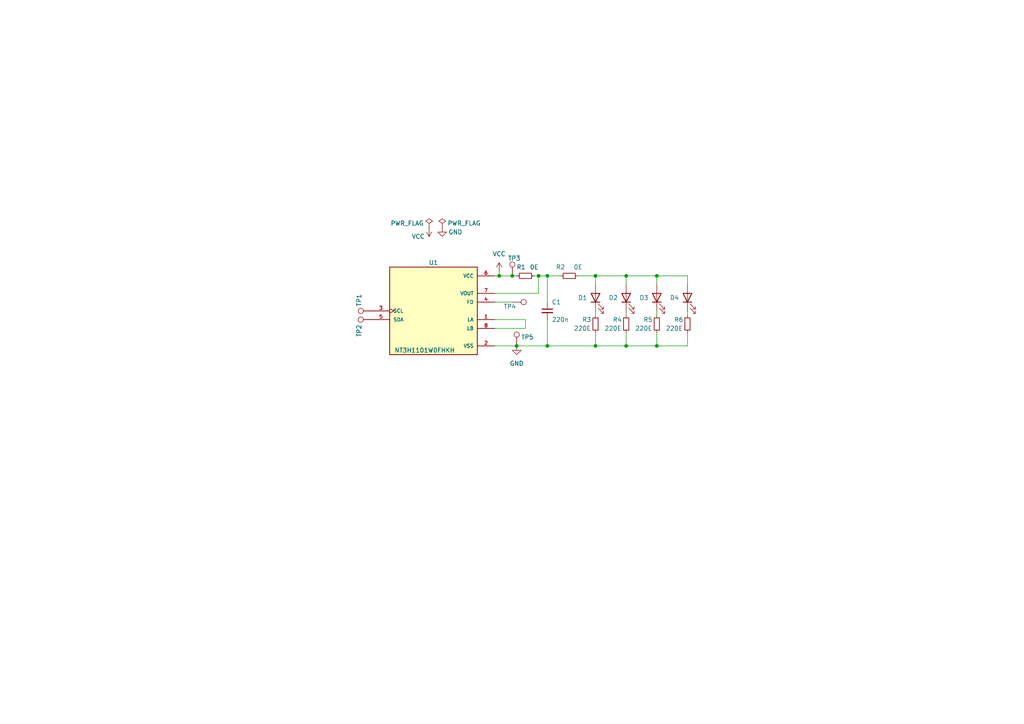
<source format=kicad_sch>
(kicad_sch (version 20211123) (generator eeschema)
  (paper "A4")
  (title_block (title "SAW BIZ CARD") (date "2023-01-25") (rev "0.0.0") (company "PCB Business Card") (comment 1 "Author: Stephen Abraham") (comment 2 "Inspired By: Shawn Alex Sony"))
  (lib_symbols
    (symbol "Connector:TestPoint" (pin_numbers hide) (pin_names (offset 0.762) hide)
      (property "Reference" "TP" (at 0 6.858 0))
      (property "Value" "TestPoint" (at 0 5.08 0))
      (symbol "TestPoint_0_1"
        (circle (center 0 3.302) (radius 0.762))
      )
      (symbol "TestPoint_1_1"
        (pin passive line (at 0 0 90) (length 2.54) (name "1") (number "1"))
      )
    )
    (symbol "Device:C_Small" (pin_numbers hide) (pin_names (offset 0.254) hide)
      (property "Reference" "C" (at 0.254 1.778 0))
      (property "Value" "C_Small" (at 0.254 -2.032 0))
      (symbol "C_Small_0_1"
        (polyline (pts (xy -1.524 -0.508) (xy 1.524 -0.508)) (stroke (width 0.3302)))
        (polyline (pts (xy -1.524 0.508) (xy 1.524 0.508)) (stroke (width 0.3048)))
      )
      (symbol "C_Small_1_1"
        (pin passive line (at 0 2.54 270) (length 2.032) (name "~") (number "1"))
        (pin passive line (at 0 -2.54 90) (length 2.032) (name "~") (number "2"))
      )
    )
    (symbol "Device:LED" (pin_numbers hide) (pin_names (offset 1.016) hide)
      (property "Reference" "D" (at 0 2.54 0))
      (property "Value" "LED" (at 0 -2.54 0))
      (symbol "LED_0_1"
        (polyline (pts (xy -1.27 -1.27) (xy -1.27 1.27)) (stroke (width 0.254)))
        (polyline (pts (xy -1.27 0) (xy 1.27 0)))
        (polyline (pts (xy 1.27 -1.27) (xy 1.27 1.27) (xy -1.27 0) (xy 1.27 -1.27)) (stroke (width 0.254)))
        (polyline (pts (xy -3.048 -0.762) (xy -4.572 -2.286) (xy -3.81 -2.286) (xy -4.572 -2.286) (xy -4.572 -1.524)))
        (polyline (pts (xy -1.778 -0.762) (xy -3.302 -2.286) (xy -2.54 -2.286) (xy -3.302 -2.286) (xy -3.302 -1.524)))
      )
      (symbol "LED_1_1"
        (pin passive line (at -3.81 0 0) (length 2.54) (name "K") (number "1"))
        (pin passive line (at 3.81 0 180) (length 2.54) (name "A") (number "2"))
      )
    )
    (symbol "Device:R_Small" (pin_numbers hide) (pin_names (offset 0.254) hide)
      (property "Reference" "R" (at 0.762 0.508 0))
      (property "Value" "R_Small" (at 0.762 -1.016 0))
      (symbol "R_Small_0_1"
        (rectangle (start -0.762 1.778) (end 0.762 -1.778) (stroke (width 0.2032)))
      )
      (symbol "R_Small_1_1"
        (pin passive line (at 0 2.54 270) (length 0.762) (name "~") (number "1"))
        (pin passive line (at 0 -2.54 90) (length 0.762) (name "~") (number "2"))
      )
    )
    (symbol "NT3H1101W0FHKH:NT3H1101W0FHKH" (pin_names (offset 1.016))
      (property "Reference" "U" (at -12.7 13.462 0))
      (property "Value" "NT3H1101W0FHKH" (at -12.7 -15.24 0))
      (symbol "NT3H1101W0FHKH_0_0"
        (rectangle (start -12.7 -12.7) (end 12.7 12.7) (stroke (width 0.254)) (fill (type background)))
        (pin bidirectional line (at 17.78 -2.54 180) (length 5.08) (name "LA") (number "1"))
        (pin power_in line (at 17.78 -10.16 180) (length 5.08) (name "VSS") (number "2"))
        (pin input clock (at -17.78 0 0) (length 5.08) (name "SCL") (number "3"))
        (pin output line (at 17.78 2.54 180) (length 5.08) (name "FD") (number "4"))
        (pin bidirectional line (at -17.78 -2.54 0) (length 5.08) (name "SDA") (number "5"))
        (pin power_in line (at 17.78 10.16 180) (length 5.08) (name "VCC") (number "6"))
        (pin output line (at 17.78 5.08 180) (length 5.08) (name "VOUT") (number "7"))
        (pin bidirectional line (at 17.78 -5.08 180) (length 5.08) (name "LB") (number "8"))
      )
    )
    (symbol "power:GND" (power) (pin_names (offset 0))
      (property "Value" "GND" (at 0 -3.81 0))
      (symbol "GND_0_1"
        (polyline (pts (xy 0 0) (xy 0 -1.27) (xy 1.27 -1.27) (xy 0 -2.54) (xy -1.27 -1.27) (xy 0 -1.27)))
      )
      (symbol "GND_1_1"
        (pin power_in line (at 0 0 270) (length 0) hide (name "GND") (number "1"))
      )
    )
    (symbol "power:PWR_FLAG" (power) (pin_numbers hide) (pin_names (offset 0) hide)
      (property "Value" "PWR_FLAG" (at 0 3.81 0))
      (symbol "PWR_FLAG_0_0"
        (pin power_out line (at 0 0 90) (length 0) (name "pwr") (number "1"))
      )
      (symbol "PWR_FLAG_0_1"
        (polyline (pts (xy 0 0) (xy 0 1.27) (xy -1.016 1.905) (xy 0 2.54) (xy 1.016 1.905) (xy 0 1.27)))
      )
    )
    (symbol "power:VCC" (power) (pin_names (offset 0))
      (property "Value" "VCC" (at 0 3.81 0))
      (symbol "VCC_0_1"
        (polyline (pts (xy -0.762 1.27) (xy 0 2.54)))
        (polyline (pts (xy 0 0) (xy 0 2.54)))
        (polyline (pts (xy 0 2.54) (xy 0.762 1.27)))
      )
      (symbol "VCC_1_1"
        (pin power_in line (at 0 0 90) (length 0) hide (name "VCC") (number "1"))
      )
    )
  )
  (junction (at 149.86 100.33))
  (junction (at 172.72 80.01))
  (junction (at 158.75 80.01))
  (junction (at 190.5 100.33))
  (junction (at 148.59 80.01))
  (junction (at 144.78 80.01))
  (junction (at 181.61 80.01))
  (junction (at 156.21 80.01))
  (junction (at 158.75 100.33))
  (junction (at 190.5 80.01))
  (junction (at 172.72 100.33))
  (junction (at 181.61 100.33))
  (wire (pts (xy 144.78 78.74) (xy 144.78 80.01)))
  (wire (pts (xy 158.75 100.33) (xy 172.72 100.33)))
  (wire (pts (xy 172.72 96.52) (xy 172.72 100.33)))
  (wire (pts (xy 156.21 80.01) (xy 156.21 85.09)))
  (wire (pts (xy 143.51 87.63) (xy 148.59 87.63)))
  (wire (pts (xy 149.86 100.33) (xy 158.75 100.33)))
  (wire (pts (xy 181.61 90.17) (xy 181.61 91.44)))
  (wire (pts (xy 181.61 80.01) (xy 181.61 82.55)))
  (wire (pts (xy 199.39 80.01) (xy 199.39 82.55)))
  (wire (pts (xy 199.39 96.52) (xy 199.39 100.33)))
  (wire (pts (xy 190.5 100.33) (xy 199.39 100.33)))
  (wire (pts (xy 148.59 80.01) (xy 149.86 80.01)))
  (wire (pts (xy 158.75 92.71) (xy 158.75 100.33)))
  (wire (pts (xy 172.72 100.33) (xy 181.61 100.33)))
  (wire (pts (xy 158.75 80.01) (xy 158.75 87.63)))
  (wire (pts (xy 167.64 80.01) (xy 172.72 80.01)))
  (wire (pts (xy 144.78 80.01) (xy 148.59 80.01)))
  (wire (pts (xy 199.39 90.17) (xy 199.39 91.44)))
  (wire (pts (xy 154.94 80.01) (xy 156.21 80.01)))
  (wire (pts (xy 143.51 85.09) (xy 156.21 85.09)))
  (wire (pts (xy 143.51 100.33) (xy 149.86 100.33)))
  (wire (pts (xy 143.51 95.25) (xy 152.4 95.25)))
  (wire (pts (xy 172.72 90.17) (xy 172.72 91.44)))
  (wire (pts (xy 181.61 96.52) (xy 181.61 100.33)))
  (wire (pts (xy 190.5 80.01) (xy 199.39 80.01)))
  (wire (pts (xy 156.21 80.01) (xy 158.75 80.01)))
  (wire (pts (xy 190.5 80.01) (xy 190.5 82.55)))
  (wire (pts (xy 158.75 80.01) (xy 162.56 80.01)))
  (wire (pts (xy 181.61 100.33) (xy 190.5 100.33)))
  (wire (pts (xy 190.5 90.17) (xy 190.5 91.44)))
  (wire (pts (xy 143.51 92.71) (xy 152.4 92.71)))
  (wire (pts (xy 143.51 80.01) (xy 144.78 80.01)))
  (wire (pts (xy 172.72 80.01) (xy 172.72 82.55)))
  (wire (pts (xy 190.5 96.52) (xy 190.5 100.33)))
  (wire (pts (xy 181.61 80.01) (xy 190.5 80.01)))
  (wire (pts (xy 172.72 80.01) (xy 181.61 80.01)))
  (wire (pts (xy 152.4 95.25) (xy 152.4 92.71)))
  (symbol (lib_id "Device:R_Small") (at 172.72 93.98 180) (unit 1)
    (property "Reference" "R3" (at 170.18 92.71 0))
    (property "Value" "220E" (at 168.91 95.25 0))
    (property "Footprint" "Resistor_SMD:R_0402_1005Metric" (effects hide))
  )
  (symbol (lib_id "Connector:TestPoint") (at 148.59 80.01 0) (unit 1)
    (property "Reference" "TP3" (at 147.32 74.93 0) (effects (justify left)))
    (property "Value" "TestPoint" (effects hide))
    (property "Footprint" "TestPoint:TestPoint_Pad_D1.0mm" (effects hide))
  )
  (symbol (lib_id "Device:R_Small") (at 190.5 93.98 180) (unit 1)
    (property "Reference" "R5" (at 187.96 92.71 0))
    (property "Value" "220E" (at 186.69 95.25 0))
    (property "Footprint" "Resistor_SMD:R_0402_1005Metric" (effects hide))
  )
  (symbol (lib_id "Device:LED") (at 181.61 86.36 90) (unit 1)
    (property "Reference" "D2" (at 176.53 86.36 90) (effects (justify right)))
    (property "Value" "LED" (effects hide))
    (property "Footprint" "LED_SMD:LED_0402_1005Metric" (effects hide))
  )
  (symbol (lib_id "Connector:TestPoint") (at 107.95 92.71 90) (unit 1)
    (property "Reference" "TP2" (at 104.14 97.79 0) (effects (justify left)))
    (property "Value" "TestPoint" (effects hide))
    (property "Footprint" "TestPoint:TestPoint_Pad_D1.0mm" (effects hide))
  )
  (symbol (lib_id "Device:LED") (at 190.5 86.36 90) (unit 1)
    (property "Reference" "D3" (at 185.42 86.36 90) (effects (justify right)))
    (property "Value" "LED" (effects hide))
    (property "Footprint" "LED_SMD:LED_0402_1005Metric" (effects hide))
  )
  (symbol (lib_id "NT3H1101W0FHKH:NT3H1101W0FHKH") (at 125.73 90.17 0) (unit 1)
    (property "Reference" "U1" (at 125.73 76.2 0))
    (property "Value" "NT3H1101W0FHKH" (at 123.19 101.6 0))
    (property "Footprint" "RF:IC_NT3H1101W0FHKH" (effects hide))
    (property "MAXIMUM_PACKAGE_HEIGHT" "0.5mm" (effects hide))
    (property "PARTREV" "3.3" (effects hide))
    (property "SNAPEDA_PN" "NT3H1101W0FHKH" (effects hide))
    (property "MANUFACTURER" "NXP" (effects hide))
    (property "STANDARD" "Manufacturer Recommendations" (effects hide))
  )
  (symbol (lib_id "Device:R_Small") (at 152.4 80.01 90) (unit 1)
    (property "Reference" "R1" (at 151.13 77.47 90))
    (property "Value" "0E" (at 154.94 77.47 90))
    (property "Footprint" "Resistor_SMD:R_0402_1005Metric" (effects hide))
  )
  (symbol (lib_id "Device:R_Small") (at 165.1 80.01 90) (unit 1)
    (property "Reference" "R2" (at 162.56 77.47 90))
    (property "Value" "0E" (at 167.64 77.47 90))
    (property "Footprint" "Resistor_SMD:R_0402_1005Metric" (effects hide))
  )
  (symbol (lib_id "Device:R_Small") (at 181.61 93.98 180) (unit 1)
    (property "Reference" "R4" (at 179.07 92.71 0))
    (property "Value" "220E" (at 177.8 95.25 0))
    (property "Footprint" "Resistor_SMD:R_0402_1005Metric" (effects hide))
  )
  (symbol (lib_id "Device:C_Small") (at 158.75 90.17 0) (unit 1)
    (property "Reference" "C1" (at 160.02 87.63 0) (effects (justify left)))
    (property "Value" "220n" (at 160.02 92.71 0) (effects (justify left)))
    (property "Footprint" "Capacitor_SMD:C_0402_1005Metric" (effects hide))
  )
  (symbol (lib_id "power:GND") (at 128.27 66.04 0) (unit 1)
    (property "Reference" "#PWR0101" (effects hide))
    (property "Value" "GND" (at 132.08 67.31 0))
  )
  (symbol (lib_id "power:VCC") (at 144.78 78.74 0) (unit 1)
    (property "Reference" "#PWR01" (effects hide))
    (property "Value" "VCC" (at 144.78 73.66 0))
  )
  (symbol (lib_id "power:PWR_FLAG") (at 128.27 66.04 0) (unit 1)
    (property "Reference" "#FLG0102" (effects hide))
    (property "Value" "PWR_FLAG" (at 134.62 64.77 0))
  )
  (symbol (lib_id "power:GND") (at 149.86 100.33 0) (unit 1)
    (property "Reference" "#PWR02" (effects hide))
    (property "Value" "GND" (at 149.86 105.41 0))
  )
  (symbol (lib_id "Connector:TestPoint") (at 107.95 90.17 90) (unit 1)
    (property "Reference" "TP1" (at 104.14 88.9 0) (effects (justify left)))
    (property "Value" "TestPoint" (effects hide))
    (property "Footprint" "TestPoint:TestPoint_Pad_D1.0mm" (effects hide))
  )
  (symbol (lib_id "Device:R_Small") (at 199.39 93.98 180) (unit 1)
    (property "Reference" "R6" (at 196.85 92.71 0))
    (property "Value" "220E" (at 195.58 95.25 0))
    (property "Footprint" "Resistor_SMD:R_0402_1005Metric" (effects hide))
  )
  (symbol (lib_id "Connector:TestPoint") (at 148.59 87.63 270) (unit 1)
    (property "Reference" "TP4" (at 146.05 88.9 90) (effects (justify left)))
    (property "Value" "TestPoint" (effects hide))
    (property "Footprint" "TestPoint:TestPoint_Pad_D1.0mm" (effects hide))
  )
  (symbol (lib_id "Device:LED") (at 172.72 86.36 90) (unit 1)
    (property "Reference" "D1" (at 167.64 86.36 90) (effects (justify right)))
    (property "Value" "LED" (effects hide))
    (property "Footprint" "LED_SMD:LED_0402_1005Metric" (effects hide))
  )
  (symbol (lib_id "power:VCC") (at 124.46 66.04 180) (unit 1)
    (property "Reference" "#PWR0102" (effects hide))
    (property "Value" "VCC" (at 119.38 68.58 0) (effects (justify right)))
  )
  (symbol (lib_id "Device:LED") (at 199.39 86.36 90) (unit 1)
    (property "Reference" "D4" (at 194.31 86.36 90) (effects (justify right)))
    (property "Value" "LED" (effects hide))
    (property "Footprint" "LED_SMD:LED_0402_1005Metric" (effects hide))
  )
  (symbol (lib_id "Connector:TestPoint") (at 149.86 100.33 0) (unit 1)
    (property "Reference" "TP5" (at 151.13 97.79 0) (effects (justify left)))
    (property "Value" "TestPoint" (effects hide))
    (property "Footprint" "TestPoint:TestPoint_Pad_D1.0mm" (effects hide))
  )
  (symbol (lib_id "power:PWR_FLAG") (at 124.46 66.04 0) (unit 1)
    (property "Reference" "#FLG0101" (effects hide))
    (property "Value" "PWR_FLAG" (at 118.11 64.77 0))
  )
)
</source>
